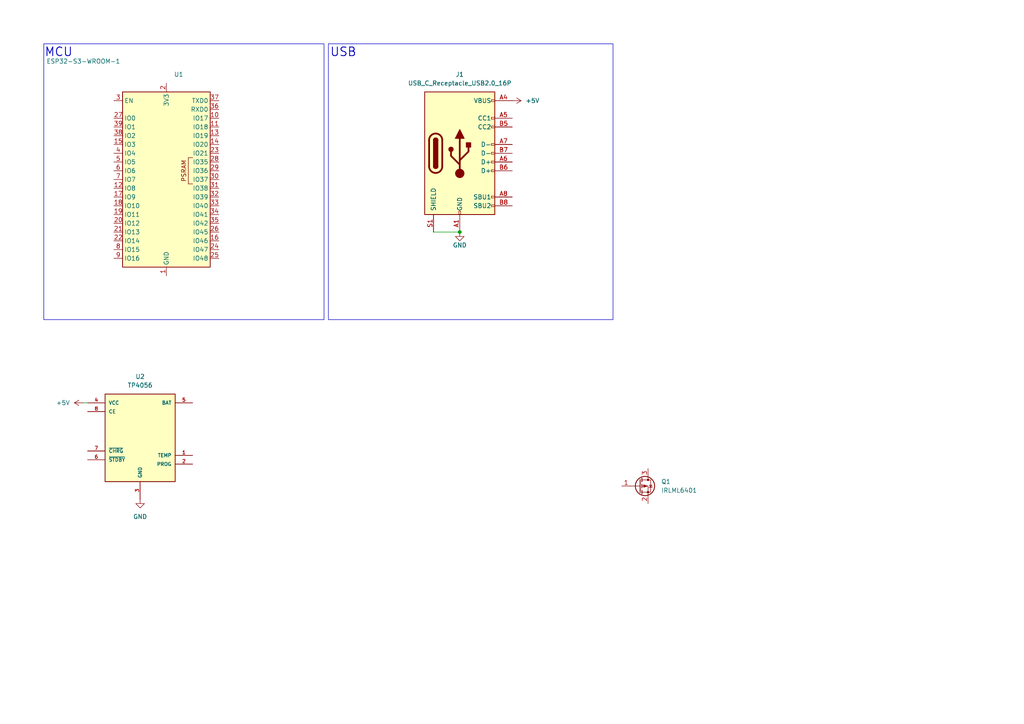
<source format=kicad_sch>
(kicad_sch (version 20231120) (generator "eeschema") (generator_version "8.0")
  (paper "A4")
  (lib_symbols
    (symbol "Connector:USB_C_Receptacle_USB2.0_16P" (pin_names (offset 1.016))
      (property "Reference" "J" (at 0 22.225 0))
      (property "Value" "USB_C_Receptacle_USB2.0_16P" (at 0 19.685 0))
      (symbol "USB_C_Receptacle_USB2.0_16P_0_0"
        (rectangle (start -0.254 -17.78) (end 0.254 -16.764))
        (rectangle (start 10.16 -14.986) (end 9.144 -15.494))
        (rectangle (start 10.16 -12.446) (end 9.144 -12.954))
        (rectangle (start 10.16 -4.826) (end 9.144 -5.334))
        (rectangle (start 10.16 -2.286) (end 9.144 -2.794))
        (rectangle (start 10.16 0.254) (end 9.144 -0.254))
        (rectangle (start 10.16 2.794) (end 9.144 2.286))
        (rectangle (start 10.16 7.874) (end 9.144 7.366))
        (rectangle (start 10.16 10.414) (end 9.144 9.906))
        (rectangle (start 10.16 15.494) (end 9.144 14.986))
      )
      (symbol "USB_C_Receptacle_USB2.0_16P_0_1"
        (rectangle (start -10.16 17.78) (end 10.16 -17.78) (stroke (width 0.254)) (fill (type background)))
        (arc (start -8.89 -3.81) (mid -6.985 -5.7067) (end -5.08 -3.81) (stroke (width 0.508)))
        (arc (start -7.62 -3.81) (mid -6.985 -4.4423) (end -6.35 -3.81) (stroke (width 0.254)))
        (arc (start -7.62 -3.81) (mid -6.985 -4.4423) (end -6.35 -3.81) (stroke (width 0.254)) (fill (type outline)))
        (rectangle (start -7.62 -3.81) (end -6.35 3.81) (stroke (width 0.254)) (fill (type outline)))
        (arc (start -6.35 3.81) (mid -6.985 4.4423) (end -7.62 3.81) (stroke (width 0.254)))
        (arc (start -6.35 3.81) (mid -6.985 4.4423) (end -7.62 3.81) (stroke (width 0.254)) (fill (type outline)))
        (arc (start -5.08 3.81) (mid -6.985 5.7067) (end -8.89 3.81) (stroke (width 0.508)))
        (circle (center -2.54 1.143) (radius 0.635) (stroke (width 0.254)) (fill (type outline)))
        (circle (center 0 -5.842) (radius 1.27) (fill (type outline)))
        (polyline (pts (xy -8.89 -3.81) (xy -8.89 3.81)) (stroke (width 0.508)))
        (polyline (pts (xy -5.08 3.81) (xy -5.08 -3.81)) (stroke (width 0.508)))
        (polyline (pts (xy 0 -5.842) (xy 0 4.318)) (stroke (width 0.508)))
        (polyline (pts (xy 0 -3.302) (xy -2.54 -0.762) (xy -2.54 0.508)) (stroke (width 0.508)))
        (polyline (pts (xy 0 -2.032) (xy 2.54 0.508) (xy 2.54 1.778)) (stroke (width 0.508)))
        (polyline (pts (xy -1.27 4.318) (xy 0 6.858) (xy 1.27 4.318) (xy -1.27 4.318)) (stroke (width 0.254)) (fill (type outline)))
        (rectangle (start 1.905 1.778) (end 3.175 3.048) (stroke (width 0.254)) (fill (type outline)))
      )
      (symbol "USB_C_Receptacle_USB2.0_16P_1_1"
        (pin passive line (at 0 -22.86 90) (length 5.08) (name "GND") (number "A1"))
        (pin passive line (at 0 -22.86 90) (length 5.08) hide (name "GND") (number "A12"))
        (pin passive line (at 15.24 15.24 180) (length 5.08) (name "VBUS") (number "A4"))
        (pin bidirectional line (at 15.24 10.16 180) (length 5.08) (name "CC1") (number "A5"))
        (pin bidirectional line (at 15.24 -2.54 180) (length 5.08) (name "D+") (number "A6"))
        (pin bidirectional line (at 15.24 2.54 180) (length 5.08) (name "D-") (number "A7"))
        (pin bidirectional line (at 15.24 -12.7 180) (length 5.08) (name "SBU1") (number "A8"))
        (pin passive line (at 15.24 15.24 180) (length 5.08) hide (name "VBUS") (number "A9"))
        (pin passive line (at 0 -22.86 90) (length 5.08) hide (name "GND") (number "B1"))
        (pin passive line (at 0 -22.86 90) (length 5.08) hide (name "GND") (number "B12"))
        (pin passive line (at 15.24 15.24 180) (length 5.08) hide (name "VBUS") (number "B4"))
        (pin bidirectional line (at 15.24 7.62 180) (length 5.08) (name "CC2") (number "B5"))
        (pin bidirectional line (at 15.24 -5.08 180) (length 5.08) (name "D+") (number "B6"))
        (pin bidirectional line (at 15.24 0 180) (length 5.08) (name "D-") (number "B7"))
        (pin bidirectional line (at 15.24 -15.24 180) (length 5.08) (name "SBU2") (number "B8"))
        (pin passive line (at 15.24 15.24 180) (length 5.08) hide (name "VBUS") (number "B9"))
        (pin passive line (at -7.62 -22.86 90) (length 5.08) (name "SHIELD") (number "S1"))
      )
    )
    (symbol "RF_Module:ESP32-S3-WROOM-1"
      (property "Reference" "U" (at -12.7 26.67 0))
      (property "Value" "ESP32-S3-WROOM-1" (at 12.7 26.67 0))
      (symbol "ESP32-S3-WROOM-1_0_0"
        (rectangle (start -12.7 25.4) (end 12.7 -25.4) (stroke (width 0.254)) (fill (type background)))
        (text "PSRAM" (at 5.08 2.54 900) (effects (font (size 1.27 1.27))))
      )
      (symbol "ESP32-S3-WROOM-1_0_1"
        (polyline (pts (xy 7.62 -1.27) (xy 6.35 -1.27) (xy 6.35 6.35) (xy 7.62 6.35)))
      )
      (symbol "ESP32-S3-WROOM-1_1_1"
        (pin power_in line (at 0 -27.94 90) (length 2.54) (name "GND") (number "1"))
        (pin bidirectional line (at 15.24 17.78 180) (length 2.54) (name "IO17") (number "10"))
        (pin bidirectional line (at 15.24 15.24 180) (length 2.54) (name "IO18") (number "11"))
        (pin bidirectional line (at -15.24 -2.54 0) (length 2.54) (name "IO8") (number "12"))
        (pin bidirectional line (at 15.24 12.7 180) (length 2.54) (name "IO19") (number "13"))
        (pin bidirectional line (at 15.24 10.16 180) (length 2.54) (name "IO20") (number "14"))
        (pin bidirectional line (at -15.24 10.16 0) (length 2.54) (name "IO3") (number "15"))
        (pin bidirectional line (at 15.24 -17.78 180) (length 2.54) (name "IO46") (number "16"))
        (pin bidirectional line (at -15.24 -5.08 0) (length 2.54) (name "IO9") (number "17"))
        (pin bidirectional line (at -15.24 -7.62 0) (length 2.54) (name "IO10") (number "18"))
        (pin bidirectional line (at -15.24 -10.16 0) (length 2.54) (name "IO11") (number "19"))
        (pin power_in line (at 0 27.94 270) (length 2.54) (name "3V3") (number "2"))
        (pin bidirectional line (at -15.24 -12.7 0) (length 2.54) (name "IO12") (number "20"))
        (pin bidirectional line (at -15.24 -15.24 0) (length 2.54) (name "IO13") (number "21"))
        (pin bidirectional line (at -15.24 -17.78 0) (length 2.54) (name "IO14") (number "22"))
        (pin bidirectional line (at 15.24 7.62 180) (length 2.54) (name "IO21") (number "23"))
        (pin bidirectional line (at 15.24 -20.32 180) (length 2.54) (name "IO47") (number "24"))
        (pin bidirectional line (at 15.24 -22.86 180) (length 2.54) (name "IO48") (number "25"))
        (pin bidirectional line (at 15.24 -15.24 180) (length 2.54) (name "IO45") (number "26"))
        (pin bidirectional line (at -15.24 17.78 0) (length 2.54) (name "IO0") (number "27"))
        (pin bidirectional line (at 15.24 5.08 180) (length 2.54) (name "IO35") (number "28"))
        (pin bidirectional line (at 15.24 2.54 180) (length 2.54) (name "IO36") (number "29"))
        (pin input line (at -15.24 22.86 0) (length 2.54) (name "EN") (number "3"))
        (pin bidirectional line (at 15.24 0 180) (length 2.54) (name "IO37") (number "30"))
        (pin bidirectional line (at 15.24 -2.54 180) (length 2.54) (name "IO38") (number "31"))
        (pin bidirectional line (at 15.24 -5.08 180) (length 2.54) (name "IO39") (number "32"))
        (pin bidirectional line (at 15.24 -7.62 180) (length 2.54) (name "IO40") (number "33"))
        (pin bidirectional line (at 15.24 -10.16 180) (length 2.54) (name "IO41") (number "34"))
        (pin bidirectional line (at 15.24 -12.7 180) (length 2.54) (name "IO42") (number "35"))
        (pin bidirectional line (at 15.24 20.32 180) (length 2.54) (name "RXD0") (number "36"))
        (pin bidirectional line (at 15.24 22.86 180) (length 2.54) (name "TXD0") (number "37"))
        (pin bidirectional line (at -15.24 12.7 0) (length 2.54) (name "IO2") (number "38"))
        (pin bidirectional line (at -15.24 15.24 0) (length 2.54) (name "IO1") (number "39"))
        (pin bidirectional line (at -15.24 7.62 0) (length 2.54) (name "IO4") (number "4"))
        (pin passive line (at 0 -27.94 90) (length 2.54) hide (name "GND") (number "40"))
        (pin passive line (at 0 -27.94 90) (length 2.54) hide (name "GND") (number "41"))
        (pin bidirectional line (at -15.24 5.08 0) (length 2.54) (name "IO5") (number "5"))
        (pin bidirectional line (at -15.24 2.54 0) (length 2.54) (name "IO6") (number "6"))
        (pin bidirectional line (at -15.24 0 0) (length 2.54) (name "IO7") (number "7"))
        (pin bidirectional line (at -15.24 -20.32 0) (length 2.54) (name "IO15") (number "8"))
        (pin bidirectional line (at -15.24 -22.86 0) (length 2.54) (name "IO16") (number "9"))
      )
    )
    (symbol "TP4056:TP4056" (pin_names (offset 1.016))
      (property "Reference" "U2" (at 0 17.78 0))
      (property "Value" "TP4056" (at 0 15.24 0))
      (symbol "TP4056_0_0"
        (rectangle (start -10.16 -12.7) (end 10.16 12.7) (stroke (width 0.254)) (fill (type background)))
        (pin input line (at 15.24 -5.08 180) (length 5.08) (name "TEMP") (number "1"))
        (pin bidirectional line (at 15.24 -7.62 180) (length 5.08) (name "PROG") (number "2"))
        (pin output line (at 15.24 10.16 180) (length 5.08) (name "BAT") (number "5"))
        (pin output line (at -15.24 -6.35 0) (length 5.08) (name "~{STDBY}") (number "6"))
      )
      (symbol "TP4056_1_0"
        (pin power_in line (at 0 -17.78 90) (length 5.08) (name "GND") (number "3"))
        (pin power_in line (at -15.24 10.16 0) (length 5.08) (name "VCC") (number "4"))
        (pin output line (at -15.24 -3.81 0) (length 5.08) (name "~{CHRG}") (number "7"))
        (pin input line (at -15.24 7.62 0) (length 5.08) (name "CE") (number "8"))
      )
    )
    (symbol "Transistor_FET:IRLML6401" (pin_names hide)
      (property "Reference" "Q" (at 5.08 1.905 0))
      (property "Value" "IRLML6401" (at 5.08 0 0))
      (symbol "IRLML6401_0_1"
        (polyline (pts (xy 0.254 0) (xy -2.54 0)))
        (polyline (pts (xy 0.254 1.905) (xy 0.254 -1.905)) (stroke (width 0.254)))
        (polyline (pts (xy 0.762 -1.27) (xy 0.762 -2.286)) (stroke (width 0.254)))
        (polyline (pts (xy 0.762 0.508) (xy 0.762 -0.508)) (stroke (width 0.254)))
        (polyline (pts (xy 0.762 2.286) (xy 0.762 1.27)) (stroke (width 0.254)))
        (polyline (pts (xy 2.54 2.54) (xy 2.54 1.778)))
        (polyline (pts (xy 2.54 -2.54) (xy 2.54 0) (xy 0.762 0)))
        (polyline (pts (xy 0.762 1.778) (xy 3.302 1.778) (xy 3.302 -1.778) (xy 0.762 -1.778)))
        (polyline (pts (xy 2.286 0) (xy 1.27 0.381) (xy 1.27 -0.381) (xy 2.286 0)) (fill (type outline)))
        (polyline (pts (xy 2.794 -0.508) (xy 2.921 -0.381) (xy 3.683 -0.381) (xy 3.81 -0.254)))
        (polyline (pts (xy 3.302 -0.381) (xy 2.921 0.254) (xy 3.683 0.254) (xy 3.302 -0.381)))
        (circle (center 1.651 0) (radius 2.794) (stroke (width 0.254)))
        (circle (center 2.54 -1.778) (radius 0.254) (fill (type outline)))
        (circle (center 2.54 1.778) (radius 0.254) (fill (type outline)))
      )
      (symbol "IRLML6401_1_1"
        (pin input line (at -5.08 0 0) (length 2.54) (name "G") (number "1"))
        (pin passive line (at 2.54 -5.08 90) (length 2.54) (name "S") (number "2"))
        (pin passive line (at 2.54 5.08 270) (length 2.54) (name "D") (number "3"))
      )
    )
    (symbol "power:+5V" (power) (pin_numbers hide) (pin_names (offset 0) hide)
      (property "Value" "+5V" (at 0 3.556 0))
      (symbol "+5V_0_1"
        (polyline (pts (xy -0.762 1.27) (xy 0 2.54)))
        (polyline (pts (xy 0 0) (xy 0 2.54)))
        (polyline (pts (xy 0 2.54) (xy 0.762 1.27)))
      )
      (symbol "+5V_1_1"
        (pin power_in line (at 0 0 90) (length 0) (name "~") (number "1"))
      )
    )
    (symbol "power:GND" (power) (pin_numbers hide) (pin_names (offset 0) hide)
      (property "Value" "GND" (at 0 -3.81 0))
      (symbol "GND_0_1"
        (polyline (pts (xy 0 0) (xy 0 -1.27) (xy 1.27 -1.27) (xy 0 -2.54) (xy -1.27 -1.27) (xy 0 -1.27)))
      )
      (symbol "GND_1_1"
        (pin power_in line (at 0 0 270) (length 0) (name "~") (number "1"))
      )
    )
  )
  (junction (at 133.35 67.31))
  (wire (pts (xy 24.13 116.84) (xy 25.4 116.84)))
  (wire (pts (xy 125.73 67.31) (xy 133.35 67.31)))
  (rectangle (start 95.25 12.7) (end 177.8 92.71))
  (rectangle (start 12.7 12.7) (end 93.98 92.71))
  (text "USB\n" (at 99.568 15.24 0) (effects (font (size 2.5 2.5) (thickness 0.254) (bold yes))))
  (text "MCU" (at 17.018 15.24 0) (effects (font (size 2.5 2.5) (thickness 0.254) (bold yes))))
  (symbol (lib_id "power:GND") (at 40.64 144.78 0) (unit 1)
    (property "Reference" "#PWR01" (effects (hide yes)))
    (property "Value" "GND" (at 40.64 149.86 0))
    (property "Description" "Power symbol creates a global label with name \"GND\" , ground" (effects (hide yes)))
  )
  (symbol (lib_id "power:GND") (at 133.35 67.31 0) (unit 1)
    (property "Reference" "#PWR02" (effects (hide yes)))
    (property "Value" "GND" (at 133.35 71.12 0))
    (property "Description" "Power symbol creates a global label with name \"GND\" , ground" (effects (hide yes)))
  )
  (symbol (lib_id "Connector:USB_C_Receptacle_USB2.0_16P") (at 133.35 44.45 0) (unit 1)
    (property "Reference" "J1" (at 133.35 21.59 0))
    (property "Value" "USB_C_Receptacle_USB2.0_16P" (at 133.35 24.13 0))
    (property "Datasheet" "https://www.usb.org/sites/default/files/documents/usb_type-c.zip" (effects (hide yes)))
    (property "Description" "USB 2.0-only 16P Type-C Receptacle connector" (effects (hide yes)))
  )
  (symbol (lib_id "RF_Module:ESP32-S3-WROOM-1") (at 48.26 52.07 0) (unit 1)
    (property "Reference" "U1" (at 50.4541 21.59 0) (effects (justify left)))
    (property "Value" "ESP32-S3-WROOM-1" (at 13.462 17.78 0) (effects (justify left)))
    (property "Footprint" "RF_Module:ESP32-S3-WROOM-1" (effects (hide yes)))
    (property "Datasheet" "https://www.espressif.com/sites/default/files/documentation/esp32-s3-wroom-1_wroom-1u_datasheet_en.pdf" (effects (hide yes)))
    (property "Description" "RF Module, ESP32-S3 SoC, Wi-Fi 802.11b/g/n, Bluetooth, BLE, 32-bit, 3.3V, onboard antenna, SMD" (effects (hide yes)))
  )
  (symbol (lib_id "power:+5V") (at 148.59 29.21 270) (unit 1)
    (property "Reference" "#PWR03" (effects (hide yes)))
    (property "Value" "+5V" (at 152.4 29.2099 90) (effects (justify left)))
    (property "Description" "Power symbol creates a global label with name \"+5V\"" (effects (hide yes)))
  )
  (symbol (lib_id "power:+5V") (at 24.13 116.84 90) (unit 1)
    (property "Reference" "#PWR04" (effects (hide yes)))
    (property "Value" "+5V" (at 20.32 116.8399 90) (effects (justify left)))
    (property "Description" "Power symbol creates a global label with name \"+5V\"" (effects (hide yes)))
  )
  (symbol (lib_id "TP4056:TP4056") (at 40.64 127 0) (unit 1)
    (property "Reference" "U2" (at 40.64 109.22 0))
    (property "Value" "TP4056" (at 40.64 111.76 0))
    (property "Footprint" "TP4056:SOP127P600X175-9N" (effects (hide yes)))
    (property "MF" "NanJing Top Power ASIC Corp." (effects (hide yes)))
    (property "MAXIMUM_PACKAGE_HEIGHT" "1.75mm" (effects (hide yes)))
    (property "Package" "Package" (effects (hide yes)))
    (property "Price" "None" (effects (hide yes)))
    (property "Check_prices" "https://www.snapeda.com/parts/TP4056/NanJing+Top+Power+ASIC+Corp./view-part/?ref=eda" (effects (hide yes)))
    (property "STANDARD" "IPC 7351B" (effects (hide yes)))
    (property "SnapEDA_Link" "https://www.snapeda.com/parts/TP4056/NanJing+Top+Power+ASIC+Corp./view-part/?ref=snap" (effects (hide yes)))
    (property "MP" "TP4056" (effects (hide yes)))
    (property "Description_1" "\n                        \n                            Complete single cell Li-Ion battery with a constant current / constant voltage linear charger\n                        \n" (effects (hide yes)))
    (property "Availability" "Not in stock" (effects (hide yes)))
    (property "MANUFACTURER" "NanJing Top Power ASIC Corp." (effects (hide yes)))
  )
  (symbol (lib_id "Transistor_FET:IRLML6401") (at 185.42 140.97 0) (unit 1)
    (property "Reference" "Q1" (at 191.77 139.6999 0) (effects (justify left)))
    (property "Value" "IRLML6401" (at 191.77 142.2399 0) (effects (justify left)))
    (property "Footprint" "Package_TO_SOT_SMD:SOT-23" (effects (hide yes)))
    (property "Datasheet" "https://www.infineon.com/dgdl/irlml6401pbf.pdf?fileId=5546d462533600a401535668b96d2634" (effects (hide yes)))
    (property "Description" "-4.3A Id, -12V Vds, 50mOhm Rds, P-Channel HEXFET Power MOSFET, SOT-23" (effects (hide yes)))
  )
)
</source>
